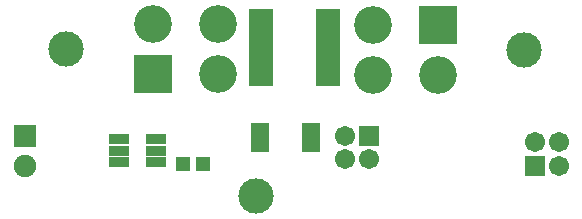
<source format=gts>
G04 DipTrace 2.4.0.2*
%INV_C_monitor_V2.GTS*%
%MOIN*%
%ADD33C,0.1181*%
%ADD44R,0.0631X0.0198*%
%ADD48R,0.0789X0.134*%
%ADD50R,0.0513X0.0474*%
%ADD52C,0.075*%
%ADD54R,0.075X0.075*%
%ADD56C,0.1261*%
%ADD58R,0.1261X0.1261*%
%ADD60R,0.068X0.033*%
%ADD62C,0.0671*%
%ADD64R,0.0671X0.0671*%
%FSLAX44Y44*%
G04*
G70*
G90*
G75*
G01*
%LNTopMask*%
%LPD*%
D64*
X22009Y6162D3*
D62*
Y6950D3*
X22796D3*
Y6162D3*
D64*
X16456Y7161D3*
D62*
Y6373D3*
X15669D3*
Y7161D3*
D60*
X9384Y6287D3*
Y6662D3*
Y7037D3*
X8134Y6287D3*
Y6662D3*
Y7037D3*
D58*
X9259Y9225D3*
D56*
Y10878D3*
X11424D3*
Y9225D3*
D33*
X6385Y10051D3*
D58*
X18759Y10850D3*
D56*
Y9196D3*
X16594D3*
Y10850D3*
D33*
X21633Y10023D3*
D54*
X5009Y7162D3*
D52*
Y6162D3*
D50*
X10947Y6225D3*
X10277D3*
D48*
X12884Y9475D3*
X15089D3*
X12884Y10725D3*
X15089D3*
D44*
X12822Y7499D3*
Y7302D3*
Y7106D3*
Y6909D3*
Y6712D3*
X14554D3*
Y6909D3*
Y7106D3*
Y7302D3*
Y7499D3*
D33*
X12720Y5149D3*
M02*

</source>
